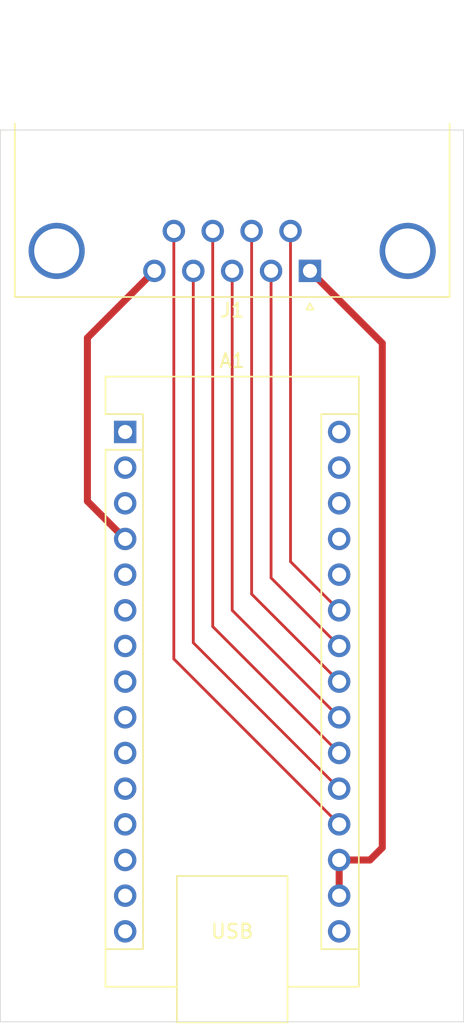
<source format=kicad_pcb>
(kicad_pcb (version 20240108) (generator "pcbnew") (generator_version "8.0")
  (layers (0 "F.Cu" signal) (31 "B.Cu" signal) (34 "B.Paste" user) (35 "F.Paste" user) (36 "B.SilkS" user "B.Silkscreen") (37 "F.SilkS" user "F.Silkscreen") (38 "B.Mask" user) (39 "F.Mask" user) (44 "Edge.Cuts" user))
  (net 0 "")
  (net 4 "Net-(A1-SDA{slash}A4)")
  (net 5 "Net-(A1-GND-Pad29)")
  (net 11 "Net-(A1-3V3)")
  (net 14 "Net-(A1-A3)")
  (net 15 "Net-(A1-A6)")
  (net 24 "Net-(A1-SCL{slash}A5)")
  (net 27 "Net-(A1-A0)")
  (net 28 "Net-(A1-A1)")
  (net 29 "Net-(A1-A2)")
  (footprint "Module:Arduino_Nano" (layer "F.Cu") (at 147.89 84)
    (property "Reference" "A1" (at 7.62 -5.08 0) (layer "F.SilkS"))
    (property "Value" "Arduino_Nano_Every" (hide yes))
    (fp_line (start -1.4 -3.94) (end -1.4 -1.27) (stroke (width 0.12)) (layer "F.SilkS"))
    (fp_line (start -1.4 1.27) (end -1.4 39.5) (stroke (width 0.12)) (layer "F.SilkS"))
    (fp_line (start -1.4 39.5) (end 3.68 39.5) (stroke (width 0.12)) (layer "F.SilkS"))
    (fp_line (start 1.27 -1.27) (end -1.4 -1.27) (stroke (width 0.12)) (layer "F.SilkS"))
    (fp_line (start 1.27 1.27) (end -1.4 1.27) (stroke (width 0.12)) (layer "F.SilkS"))
    (fp_line (start 1.27 1.27) (end 1.27 -1.27) (stroke (width 0.12)) (layer "F.SilkS"))
    (fp_line (start 1.27 1.27) (end 1.27 36.83) (stroke (width 0.12)) (layer "F.SilkS"))
    (fp_line (start 1.27 36.83) (end -1.4 36.83) (stroke (width 0.12)) (layer "F.SilkS"))
    (fp_line (start 3.68 31.62) (end 11.56 31.62) (stroke (width 0.12)) (layer "F.SilkS"))
    (fp_line (start 3.68 42.04) (end 3.68 31.62) (stroke (width 0.12)) (layer "F.SilkS"))
    (fp_line (start 11.56 31.62) (end 11.56 42.04) (stroke (width 0.12)) (layer "F.SilkS"))
    (fp_line (start 11.56 42.04) (end 3.68 42.04) (stroke (width 0.12)) (layer "F.SilkS"))
    (fp_line (start 13.97 -1.27) (end 13.97 36.83) (stroke (width 0.12)) (layer "F.SilkS"))
    (fp_line (start 13.97 -1.27) (end 16.64 -1.27) (stroke (width 0.12)) (layer "F.SilkS"))
    (fp_line (start 13.97 36.83) (end 16.64 36.83) (stroke (width 0.12)) (layer "F.SilkS"))
    (fp_line (start 16.64 -3.94) (end -1.4 -3.94) (stroke (width 0.12)) (layer "F.SilkS"))
    (fp_line (start 16.64 39.5) (end 11.56 39.5) (stroke (width 0.12)) (layer "F.SilkS"))
    (fp_line (start 16.64 39.5) (end 16.64 -3.94) (stroke (width 0.12)) (layer "F.SilkS"))
    (fp_text user "USB" (at 7.62 35.56 0) (layer "F.SilkS"))
    (pad "1" thru_hole rect (at 0 0) (size 1.6 1.6) (drill 1) (layers "*.Cu" "*.Mask"))
    (pad "2" thru_hole oval (at 0 2.54) (size 1.6 1.6) (drill 1) (layers "*.Cu" "*.Mask"))
    (pad "3" thru_hole oval (at 0 5.08) (size 1.6 1.6) (drill 1) (layers "*.Cu" "*.Mask"))
    (pad "4" thru_hole oval (at 0 7.62) (size 1.6 1.6) (drill 1) (layers "*.Cu" "*.Mask") (net 5 "Net-(A1-GND-Pad29)"))
    (pad "5" thru_hole oval (at 0 10.16) (size 1.6 1.6) (drill 1) (layers "*.Cu" "*.Mask"))
    (pad "6" thru_hole oval (at 0 12.7) (size 1.6 1.6) (drill 1) (layers "*.Cu" "*.Mask"))
    (pad "7" thru_hole oval (at 0 15.24) (size 1.6 1.6) (drill 1) (layers "*.Cu" "*.Mask"))
    (pad "8" thru_hole oval (at 0 17.78) (size 1.6 1.6) (drill 1) (layers "*.Cu" "*.Mask"))
    (pad "9" thru_hole oval (at 0 20.32) (size 1.6 1.6) (drill 1) (layers "*.Cu" "*.Mask"))
    (pad "10" thru_hole oval (at 0 22.86) (size 1.6 1.6) (drill 1) (layers "*.Cu" "*.Mask"))
    (pad "11" thru_hole oval (at 0 25.4) (size 1.6 1.6) (drill 1) (layers "*.Cu" "*.Mask"))
    (pad "12" thru_hole oval (at 0 27.94) (size 1.6 1.6) (drill 1) (layers "*.Cu" "*.Mask"))
    (pad "13" thru_hole oval (at 0 30.48) (size 1.6 1.6) (drill 1) (layers "*.Cu" "*.Mask"))
    (pad "14" thru_hole oval (at 0 33.02) (size 1.6 1.6) (drill 1) (layers "*.Cu" "*.Mask"))
    (pad "15" thru_hole oval (at 0 35.56) (size 1.6 1.6) (drill 1) (layers "*.Cu" "*.Mask"))
    (pad "16" thru_hole oval (at 15.24 35.56) (size 1.6 1.6) (drill 1) (layers "*.Cu" "*.Mask"))
    (pad "17" thru_hole oval (at 15.24 33.02) (size 1.6 1.6) (drill 1) (layers "*.Cu" "*.Mask") (net 11 "Net-(A1-3V3)"))
    (pad "18" thru_hole oval (at 15.24 30.48) (size 1.6 1.6) (drill 1) (layers "*.Cu" "*.Mask") (net 11 "Net-(A1-3V3)"))
    (pad "19" thru_hole oval (at 15.24 27.94) (size 1.6 1.6) (drill 1) (layers "*.Cu" "*.Mask") (net 27 "Net-(A1-A0)"))
    (pad "20" thru_hole oval (at 15.24 25.4) (size 1.6 1.6) (drill 1) (layers "*.Cu" "*.Mask") (net 28 "Net-(A1-A1)"))
    (pad "21" thru_hole oval (at 15.24 22.86) (size 1.6 1.6) (drill 1) (layers "*.Cu" "*.Mask") (net 29 "Net-(A1-A2)"))
    (pad "22" thru_hole oval (at 15.24 20.32) (size 1.6 1.6) (drill 1) (layers "*.Cu" "*.Mask") (net 14 "Net-(A1-A3)"))
    (pad "23" thru_hole oval (at 15.24 17.78) (size 1.6 1.6) (drill 1) (layers "*.Cu" "*.Mask") (net 4 "Net-(A1-SDA{slash}A4)"))
    (pad "24" thru_hole oval (at 15.24 15.24) (size 1.6 1.6) (drill 1) (layers "*.Cu" "*.Mask") (net 24 "Net-(A1-SCL{slash}A5)"))
    (pad "25" thru_hole oval (at 15.24 12.7) (size 1.6 1.6) (drill 1) (layers "*.Cu" "*.Mask") (net 15 "Net-(A1-A6)"))
    (pad "26" thru_hole oval (at 15.24 10.16) (size 1.6 1.6) (drill 1) (layers "*.Cu" "*.Mask"))
    (pad "27" thru_hole oval (at 15.24 7.62) (size 1.6 1.6) (drill 1) (layers "*.Cu" "*.Mask"))
    (pad "28" thru_hole oval (at 15.24 5.08) (size 1.6 1.6) (drill 1) (layers "*.Cu" "*.Mask"))
    (pad "29" thru_hole oval (at 15.24 2.54) (size 1.6 1.6) (drill 1) (layers "*.Cu" "*.Mask") (net 5 "Net-(A1-GND-Pad29)"))
    (pad "30" thru_hole oval (at 15.24 0) (size 1.6 1.6) (drill 1) (layers "*.Cu" "*.Mask"))
  )
  (footprint "Connector_Dsub:DSUB-9_Male_Horizontal_P2.77x2.84mm_EdgePinOffset7.70mm_Housed_MountingHolesOffset9.12mm" (layer "F.Cu") (at 161.05 72.530331 180)
    (property "Reference" "J1" (at 5.54 -2.8 180) (layer "F.SilkS"))
    (property "Value" "DE9_Plug_MountingHoles")
    (fp_line (start 21.025 -1.86) (end 21.025 10.48) (stroke (width 0.12)) (layer "F.SilkS"))
    (fp_line (start 0.25 -2.754338) (end 0 -2.321325) (stroke (width 0.12)) (layer "F.SilkS"))
    (fp_line (start 0 -2.321325) (end -0.25 -2.754338) (stroke (width 0.12)) (layer "F.SilkS"))
    (fp_line (start -0.25 -2.754338) (end 0.25 -2.754338) (stroke (width 0.12)) (layer "F.SilkS"))
    (fp_line (start -9.945 10.48) (end -9.945 -1.86) (stroke (width 0.12)) (layer "F.SilkS"))
    (fp_line (start -9.945 -1.86) (end 21.025 -1.86) (stroke (width 0.12)) (layer "F.SilkS"))
    (pad "0" thru_hole circle (at -6.96 1.42 180) (size 4 4) (drill 3.2) (layers "*.Cu" "*.Mask"))
    (pad "0" thru_hole circle (at 18.04 1.42 180) (size 4 4) (drill 3.2) (layers "*.Cu" "*.Mask"))
    (pad "1" thru_hole rect (at 0 0 180) (size 1.6 1.6) (drill 1) (layers "*.Cu" "*.Mask") (net 11 "Net-(A1-3V3)"))
    (pad "2" thru_hole circle (at 2.77 0 180) (size 1.6 1.6) (drill 1) (layers "*.Cu" "*.Mask") (net 24 "Net-(A1-SCL{slash}A5)"))
    (pad "3" thru_hole circle (at 5.54 0 180) (size 1.6 1.6) (drill 1) (layers "*.Cu" "*.Mask") (net 14 "Net-(A1-A3)"))
    (pad "4" thru_hole circle (at 8.31 0 180) (size 1.6 1.6) (drill 1) (layers "*.Cu" "*.Mask") (net 28 "Net-(A1-A1)"))
    (pad "5" thru_hole circle (at 11.08 0 180) (size 1.6 1.6) (drill 1) (layers "*.Cu" "*.Mask") (net 5 "Net-(A1-GND-Pad29)"))
    (pad "6" thru_hole circle (at 1.385 2.84 180) (size 1.6 1.6) (drill 1) (layers "*.Cu" "*.Mask") (net 15 "Net-(A1-A6)"))
    (pad "7" thru_hole circle (at 4.155 2.84 180) (size 1.6 1.6) (drill 1) (layers "*.Cu" "*.Mask") (net 4 "Net-(A1-SDA{slash}A4)"))
    (pad "8" thru_hole circle (at 6.925 2.84 180) (size 1.6 1.6) (drill 1) (layers "*.Cu" "*.Mask") (net 29 "Net-(A1-A2)"))
    (pad "9" thru_hole circle (at 9.695 2.84 180) (size 1.6 1.6) (drill 1) (layers "*.Cu" "*.Mask") (net 27 "Net-(A1-A0)"))
  )
  (gr_rect (start 139 62.5) (end 172 126) (stroke (width 0.05)) (fill none) (layer "Edge.Cuts"))
  (segment (start 156.895 69.690331) (end 156.895 95.545) (width 0.2) (layer "F.Cu") (net 4))
  (segment (start 156.895 69.690331) (end 156.8 69.785331) (width 0.2) (layer "F.Cu") (net 4))
  (segment (start 156.895 95.545) (end 163.13 101.78) (width 0.2) (layer "F.Cu") (net 4))
  (segment (start 145.2 88.93) (end 147.89 91.62) (width 0.5) (layer "F.Cu") (net 5))
  (segment (start 145.2 77.300331) (end 145.2 88.93) (width 0.5) (layer "F.Cu") (net 5))
  (segment (start 149.97 72.530331) (end 145.2 77.300331) (width 0.5) (layer "F.Cu") (net 5))
  (segment (start 166.2 77.680331) (end 166.2 113.605) (width 0.5) (layer "F.Cu") (net 11))
  (segment (start 165.325 114.48) (end 163.13 114.48) (width 0.5) (layer "F.Cu") (net 11))
  (segment (start 163.13 117.02) (end 163.13 114.48) (width 0.5) (layer "F.Cu") (net 11))
  (segment (start 161.05 72.530331) (end 166.2 77.680331) (width 0.5) (layer "F.Cu") (net 11))
  (segment (start 166.2 113.605) (end 165.325 114.48) (width 0.5) (layer "F.Cu") (net 11))
  (segment (start 155.51 72.530331) (end 155.51 96.7) (width 0.2) (layer "F.Cu") (net 14))
  (segment (start 155.51 96.7) (end 163.13 104.32) (width 0.2) (layer "F.Cu") (net 14))
  (segment (start 155.51 72.830331) (end 155.49 72.850331) (width 0.2) (layer "F.Cu") (net 14))
  (segment (start 159.665 69.690331) (end 159.665 93.235) (width 0.2) (layer "F.Cu") (net 15))
  (segment (start 159.665 93.235) (end 163.13 96.7) (width 0.2) (layer "F.Cu") (net 15))
  (segment (start 159.665 69.990331) (end 159.6 70.055331) (width 0.2) (layer "F.Cu") (net 15))
  (segment (start 158.28 72.530331) (end 158.28 94.39) (width 0.2) (layer "F.Cu") (net 24))
  (segment (start 158.28 94.39) (end 163.13 99.24) (width 0.2) (layer "F.Cu") (net 24))
  (segment (start 151.572666 69.772665) (end 151.355 69.990331) (width 0.2) (layer "F.Cu") (net 27))
  (segment (start 151.355 69.690331) (end 151.355 100.165) (width 0.2) (layer "F.Cu") (net 27))
  (segment (start 151.355 100.165) (end 163.13 111.94) (width 0.2) (layer "F.Cu") (net 27))
  (segment (start 152.74 99.01) (end 163.13 109.4) (width 0.2) (layer "F.Cu") (net 28))
  (segment (start 152.74 72.530331) (end 152.74 99.01) (width 0.2) (layer "F.Cu") (net 28))
  (segment (start 154.125 69.690331) (end 154.125 97.855) (width 0.2) (layer "F.Cu") (net 29))
  (segment (start 154.125 97.855) (end 163.13 106.86) (width 0.2) (layer "F.Cu") (net 29))
  (segment (start 154.325 69.790331) (end 154.125 69.990331) (width 0.2) (layer "F.Cu") (net 29))
)
</source>
